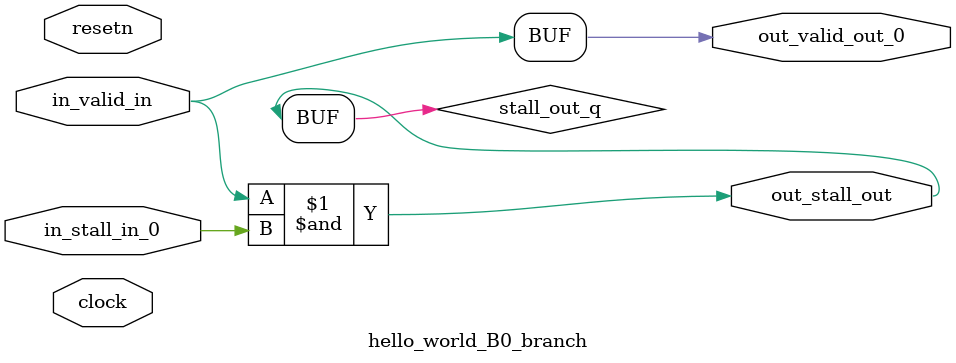
<source format=sv>



(* altera_attribute = "-name AUTO_SHIFT_REGISTER_RECOGNITION OFF; -name MESSAGE_DISABLE 10036; -name MESSAGE_DISABLE 10037; -name MESSAGE_DISABLE 14130; -name MESSAGE_DISABLE 14320; -name MESSAGE_DISABLE 15400; -name MESSAGE_DISABLE 14130; -name MESSAGE_DISABLE 10036; -name MESSAGE_DISABLE 12020; -name MESSAGE_DISABLE 12030; -name MESSAGE_DISABLE 12010; -name MESSAGE_DISABLE 12110; -name MESSAGE_DISABLE 14320; -name MESSAGE_DISABLE 13410; -name MESSAGE_DISABLE 113007; -name MESSAGE_DISABLE 10958" *)
module hello_world_B0_branch (
    input wire [0:0] in_stall_in_0,
    input wire [0:0] in_valid_in,
    output wire [0:0] out_stall_out,
    output wire [0:0] out_valid_out_0,
    input wire clock,
    input wire resetn
    );

    wire [0:0] stall_out_q;


    // stall_out(LOGICAL,6)
    assign stall_out_q = in_valid_in & in_stall_in_0;

    // out_stall_out(GPOUT,4)
    assign out_stall_out = stall_out_q;

    // out_valid_out_0(GPOUT,5)
    assign out_valid_out_0 = in_valid_in;

endmodule

</source>
